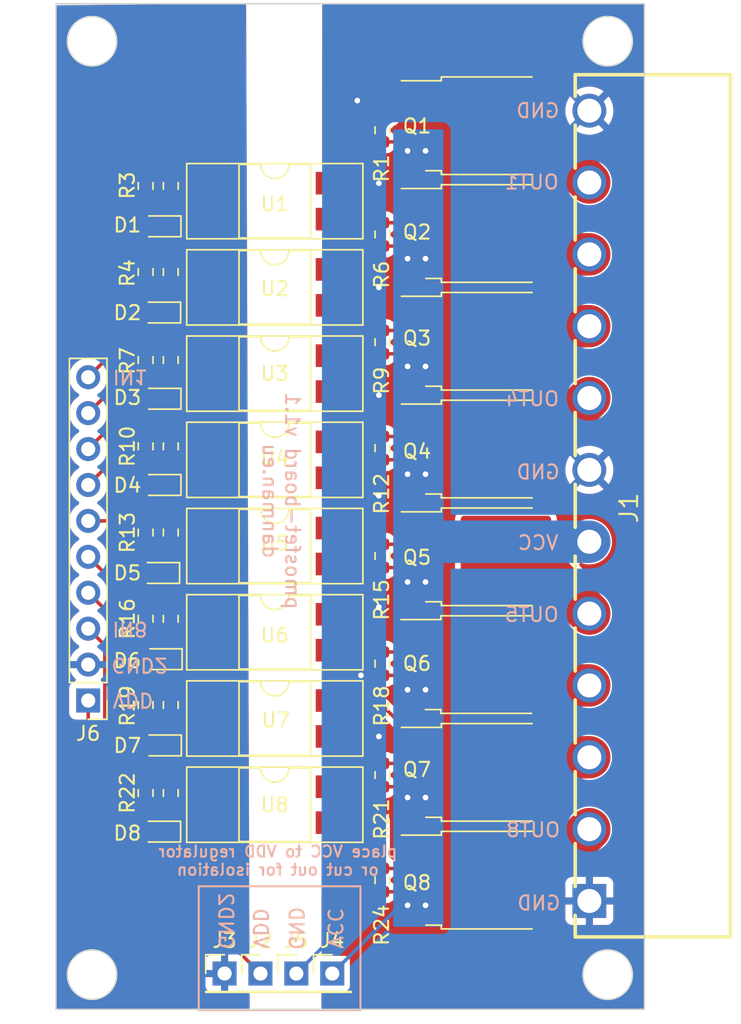
<source format=kicad_pcb>
(kicad_pcb (version 20221018) (generator pcbnew)
  (layers (0 "F.Cu" signal) (31 "B.Cu" signal) (34 "B.Paste" user) (35 "F.Paste" user) (36 "B.SilkS" user "B.Silkscreen") (37 "F.SilkS" user "F.Silkscreen") (38 "B.Mask" user) (39 "F.Mask" user) (44 "Edge.Cuts" user))
  (net 0 "")
  (net 1 "OUT1")
  (net 2 "VCC")
  (net 3 "Net-(Q1-G)")
  (net 4 "GND")
  (net 5 "OUT8")
  (net 6 "GND2")
  (net 7 "Net-(D1-A)")
  (net 8 "Net-(D2-A)")
  (net 9 "Net-(D3-A)")
  (net 10 "Net-(D4-A)")
  (net 11 "Net-(D5-A)")
  (net 12 "Net-(D6-A)")
  (net 13 "Net-(D7-A)")
  (net 14 "Net-(D8-A)")
  (net 15 "VDD")
  (net 16 "IN8")
  (net 17 "IN7")
  (net 18 "IN6")
  (net 19 "IN5")
  (net 20 "IN4")
  (net 21 "IN3")
  (net 22 "IN2")
  (net 23 "IN1")
  (net 24 "Net-(Q2-G)")
  (net 25 "OUT2")
  (net 26 "Net-(Q3-G)")
  (net 27 "OUT3")
  (net 28 "Net-(Q4-G)")
  (net 29 "OUT4")
  (net 30 "Net-(Q5-G)")
  (net 31 "OUT5")
  (net 32 "Net-(Q6-G)")
  (net 33 "OUT6")
  (net 34 "Net-(Q7-G)")
  (net 35 "OUT7")
  (net 36 "Net-(Q8-G)")
  (net 37 "Net-(R2-Pad2)")
  (net 38 "Net-(R5-Pad2)")
  (net 39 "Net-(R8-Pad2)")
  (net 40 "Net-(R11-Pad2)")
  (net 41 "Net-(R14-Pad2)")
  (net 42 "Net-(R17-Pad2)")
  (net 43 "Net-(R20-Pad2)")
  (net 44 "Net-(R23-Pad2)")
  (footprint "Package_TO_SOT_SMD:TO-252-2" (layer "F.Cu") (at 201.535 77.215)
    (fp_text reference "Q3" (at -5.035 -0.215) (layer "F.SilkS"))
    (fp_text value "Q_PMOS_GDS")
    (pad "1" smd roundrect (at -5.04 -2.28) (size 2.2 1.2) (layers "F.Cu" "F.Paste" "F.Mask") (roundrect_rratio 0.208333) (net 26 "Net-(Q3-G)"))
    (pad "2" smd roundrect (at -0.415 -1.525) (size 3.05 2.75) (layers "F.Cu" "F.Paste") (roundrect_rratio 0.090909) (net 27 "OUT3"))
    (pad "2" smd roundrect (at -0.415 1.525) (size 3.05 2.75) (layers "F.Cu" "F.Paste") (roundrect_rratio 0.090909) (net 27 "OUT3"))
    (pad "2" smd roundrect (at 1.26 0) (size 6.4 5.8) (layers "F.Cu" "F.Mask") (roundrect_rratio 0.043103) (net 27 "OUT3"))
    (pad "2" smd roundrect (at 2.935 -1.525) (size 3.05 2.75) (layers "F.Cu" "F.Paste") (roundrect_rratio 0.090909) (net 27 "OUT3"))
    (pad "2" smd roundrect (at 2.935 1.525) (size 3.05 2.75) (layers "F.Cu" "F.Paste") (roundrect_rratio 0.090909) (net 27 "OUT3"))
    (pad "3" smd roundrect (at -5.04 2.28) (size 2.2 1.2) (layers "F.Cu" "F.Paste" "F.Mask") (roundrect_rratio 0.208333) (net 2 "VCC"))
  )
  (footprint "Resistor_SMD:R_0603_1608Metric" (layer "F.Cu") (at 194.056 100.013 -90)
    (fp_text reference "R18" (at 2.987 0.056 90) (layer "F.SilkS"))
    (fp_text value "R")
    (pad "1" smd roundrect (at -0.825 0 270) (size 0.8 0.95) (layers "F.Cu" "F.Paste" "F.Mask") (net 32 "Net-(Q6-G)"))
    (pad "2" smd roundrect (at 0.825 0 270) (size 0.8 0.95) (layers "F.Cu" "F.Paste" "F.Mask") (net 2 "VCC"))
  )
  (footprint "Resistor_SMD:R_0603_1608Metric" (layer "F.Cu") (at 177.292 72.327 -90)
    (fp_text reference "R4" (at 0.073 1.292 90) (layer "F.SilkS"))
    (fp_text value "R")
    (pad "1" smd roundrect (at -0.825 0 270) (size 0.8 0.95) (layers "F.Cu" "F.Paste" "F.Mask") (net 22 "IN2"))
    (pad "2" smd roundrect (at 0.825 0 270) (size 0.8 0.95) (layers "F.Cu" "F.Paste" "F.Mask") (net 8 "Net-(D2-A)"))
  )
  (footprint "LED_SMD:LED_0603_1608Metric" (layer "F.Cu") (at 178.308 87.376 180)
    (fp_text reference "D4" (at 2.308 -0.024) (layer "F.SilkS"))
    (fp_text value "LED")
    (pad "1" smd roundrect (at -0.7875 0 180) (size 0.875 0.95) (layers "F.Cu" "F.Paste" "F.Mask") (net 6 "GND2"))
    (pad "2" smd roundrect (at 0.7875 0 180) (size 0.875 0.95) (layers "F.Cu" "F.Paste" "F.Mask") (net 10 "Net-(D4-A)"))
  )
  (footprint "Package_DIP:DIP-4_W8.89mm_SMDSocket_LongPads" (layer "F.Cu") (at 186.436 79.502)
    (fp_text reference "U3" (at 0 -0.002) (layer "F.SilkS"))
    (fp_text value "PC817")
    (pad "1" smd rect (at -4.445 -1.27) (size 3.1 1.6) (layers "F.Cu" "F.Paste" "F.Mask") (net 39 "Net-(R8-Pad2)"))
    (pad "2" smd rect (at -4.445 1.27) (size 3.1 1.6) (layers "F.Cu" "F.Paste" "F.Mask") (net 6 "GND2"))
    (pad "3" smd rect (at 4.445 1.27) (size 3.1 1.6) (layers "F.Cu" "F.Paste" "F.Mask") (net 4 "GND"))
    (pad "4" smd rect (at 4.445 -1.27) (size 3.1 1.6) (layers "F.Cu" "F.Paste" "F.Mask") (net 26 "Net-(Q3-G)"))
  )
  (footprint "Package_TO_SOT_SMD:TO-252-2" (layer "F.Cu") (at 201.535 115.315)
    (fp_text reference "Q8" (at -5.035 0.185) (layer "F.SilkS"))
    (fp_text value "Q_PMOS_GDS")
    (pad "1" smd roundrect (at -5.04 -2.28) (size 2.2 1.2) (layers "F.Cu" "F.Paste" "F.Mask") (roundrect_rratio 0.208333) (net 36 "Net-(Q8-G)"))
    (pad "2" smd roundrect (at -0.415 -1.525) (size 3.05 2.75) (layers "F.Cu" "F.Paste") (roundrect_rratio 0.090909) (net 5 "OUT8"))
    (pad "2" smd roundrect (at -0.415 1.525) (size 3.05 2.75) (layers "F.Cu" "F.Paste") (roundrect_rratio 0.090909) (net 5 "OUT8"))
    (pad "2" smd roundrect (at 1.26 0) (size 6.4 5.8) (layers "F.Cu" "F.Mask") (roundrect_rratio 0.043103) (net 5 "OUT8"))
    (pad "2" smd roundrect (at 2.935 -1.525) (size 3.05 2.75) (layers "F.Cu" "F.Paste") (roundrect_rratio 0.090909) (net 5 "OUT8"))
    (pad "2" smd roundrect (at 2.935 1.525) (size 3.05 2.75) (layers "F.Cu" "F.Paste") (roundrect_rratio 0.090909) (net 5 "OUT8"))
    (pad "3" smd roundrect (at -5.04 2.28) (size 2.2 1.2) (layers "F.Cu" "F.Paste" "F.Mask") (roundrect_rratio 0.208333) (net 2 "VCC"))
  )
  (footprint "LED_SMD:LED_0603_1608Metric" (layer "F.Cu") (at 178.2125 93.599 180)
    (fp_text reference "D5" (at 2.2125 -0.001) (layer "F.SilkS"))
    (fp_text value "LED")
    (pad "1" smd roundrect (at -0.7875 0 180) (size 0.875 0.95) (layers "F.Cu" "F.Paste" "F.Mask") (net 6 "GND2"))
    (pad "2" smd roundrect (at 0.7875 0 180) (size 0.875 0.95) (layers "F.Cu" "F.Paste" "F.Mask") (net 11 "Net-(D5-A)"))
  )
  (footprint "Package_DIP:DIP-4_W8.89mm_SMDSocket_LongPads" (layer "F.Cu") (at 186.436 85.598)
    (fp_text reference "U4" (at 0 -0.098) (layer "F.SilkS"))
    (fp_text value "PC817")
    (pad "1" smd rect (at -4.445 -1.27) (size 3.1 1.6) (layers "F.Cu" "F.Paste" "F.Mask") (net 40 "Net-(R11-Pad2)"))
    (pad "2" smd rect (at -4.445 1.27) (size 3.1 1.6) (layers "F.Cu" "F.Paste" "F.Mask") (net 6 "GND2"))
    (pad "3" smd rect (at 4.445 1.27) (size 3.1 1.6) (layers "F.Cu" "F.Paste" "F.Mask") (net 4 "GND"))
    (pad "4" smd rect (at 4.445 -1.27) (size 3.1 1.6) (layers "F.Cu" "F.Paste" "F.Mask") (net 28 "Net-(Q4-G)"))
  )
  (footprint "Resistor_SMD:R_0603_1608Metric" (layer "F.Cu") (at 177.292 66.231 -90)
    (fp_text reference "R3" (at -0.031 1.292 90) (layer "F.SilkS"))
    (fp_text value "R")
    (pad "1" smd roundrect (at -0.825 0 270) (size 0.8 0.95) (layers "F.Cu" "F.Paste" "F.Mask") (net 23 "IN1"))
    (pad "2" smd roundrect (at 0.825 0 270) (size 0.8 0.95) (layers "F.Cu" "F.Paste" "F.Mask") (net 7 "Net-(D1-A)"))
  )
  (footprint "Resistor_SMD:R_0603_1608Metric" (layer "F.Cu") (at 194.056 77.279 -90)
    (fp_text reference "R9" (at 2.721 0.056 90) (layer "F.SilkS"))
    (fp_text value "R")
    (pad "1" smd roundrect (at -0.825 0 270) (size 0.8 0.95) (layers "F.Cu" "F.Paste" "F.Mask") (net 26 "Net-(Q3-G)"))
    (pad "2" smd roundrect (at 0.825 0 270) (size 0.8 0.95) (layers "F.Cu" "F.Paste" "F.Mask") (net 2 "VCC"))
  )
  (footprint "Resistor_SMD:R_0603_1608Metric" (layer "F.Cu") (at 194.056 84.773 -90)
    (fp_text reference "R12" (at 3.227 0.056 90) (layer "F.SilkS"))
    (fp_text value "R")
    (pad "1" smd roundrect (at -0.825 0 270) (size 0.8 0.95) (layers "F.Cu" "F.Paste" "F.Mask") (net 28 "Net-(Q4-G)"))
    (pad "2" smd roundrect (at 0.825 0 270) (size 0.8 0.95) (layers "F.Cu" "F.Paste" "F.Mask") (net 2 "VCC"))
  )
  (footprint "Resistor_SMD:R_0603_1608Metric" (layer "F.Cu") (at 177.292 84.646 -90)
    (fp_text reference "R10" (at 0 1.292 90) (layer "F.SilkS"))
    (fp_text value "R")
    (pad "1" smd roundrect (at -0.825 0 270) (size 0.8 0.95) (layers "F.Cu" "F.Paste" "F.Mask") (net 20 "IN4"))
    (pad "2" smd roundrect (at 0.825 0 270) (size 0.8 0.95) (layers "F.Cu" "F.Paste" "F.Mask") (net 10 "Net-(D4-A)"))
  )
  (footprint "Resistor_SMD:R_0603_1608Metric" (layer "F.Cu") (at 177.292 102.934 -90)
    (fp_text reference "R19" (at 0.066 1.292 90) (layer "F.SilkS"))
    (fp_text value "R")
    (pad "1" smd roundrect (at -0.825 0 270) (size 0.8 0.95) (layers "F.Cu" "F.Paste" "F.Mask") (net 17 "IN7"))
    (pad "2" smd roundrect (at 0.825 0 270) (size 0.8 0.95) (layers "F.Cu" "F.Paste" "F.Mask") (net 13 "Net-(D7-A)"))
  )
  (footprint "Package_TO_SOT_SMD:TO-252-2" (layer "F.Cu") (at 201.535 61.975)
    (fp_text reference "Q1" (at -5.035 0.025) (layer "F.SilkS"))
    (fp_text value "Q_PMOS_GDS")
    (pad "1" smd roundrect (at -5.04 -2.28) (size 2.2 1.2) (layers "F.Cu" "F.Paste" "F.Mask") (roundrect_rratio 0.208333) (net 3 "Net-(Q1-G)"))
    (pad "2" smd roundrect (at -0.415 -1.525) (size 3.05 2.75) (layers "F.Cu" "F.Paste") (roundrect_rratio 0.090909) (net 1 "OUT1"))
    (pad "2" smd roundrect (at -0.415 1.525) (size 3.05 2.75) (layers "F.Cu" "F.Paste") (roundrect_rratio 0.090909) (net 1 "OUT1"))
    (pad "2" smd roundrect (at 1.26 0) (size 6.4 5.8) (layers "F.Cu" "F.Mask") (roundrect_rratio 0.043103) (net 1 "OUT1"))
    (pad "2" smd roundrect (at 2.935 -1.525) (size 3.05 2.75) (layers "F.Cu" "F.Paste") (roundrect_rratio 0.090909) (net 1 "OUT1"))
    (pad "2" smd roundrect (at 2.935 1.525) (size 3.05 2.75) (layers "F.Cu" "F.Paste") (roundrect_rratio 0.090909) (net 1 "OUT1"))
    (pad "3" smd roundrect (at -5.04 2.28) (size 2.2 1.2) (layers "F.Cu" "F.Paste" "F.Mask") (roundrect_rratio 0.208333) (net 2 "VCC"))
  )
  (footprint "Resistor_SMD:R_0603_1608Metric" (layer "F.Cu") (at 177.292 90.742 -90)
    (fp_text reference "R13" (at 0 1.292 90) (layer "F.SilkS"))
    (fp_text value "R")
    (pad "1" smd roundrect (at -0.825 0 270) (size 0.8 0.95) (layers "F.Cu" "F.Paste" "F.Mask") (net 19 "IN5"))
    (pad "2" smd roundrect (at 0.825 0 270) (size 0.8 0.95) (layers "F.Cu" "F.Paste" "F.Mask") (net 11 "Net-(D5-A)"))
  )
  (footprint "Connector_PinHeader_2.54mm:PinHeader_1x01_P2.54mm_Vertical" (layer "F.Cu") (at 190.5 121.92)
    (fp_text reference "J4" (at 0 -2.33) (layer "F.SilkS"))
    (fp_text value "Conn_01x01_Pin")
    (pad "1" thru_hole rect (at 0 0) (size 1.7 1.7) (drill 1) (layers "*.Cu" "*.Mask") (net 2 "VCC"))
  )
  (footprint "Resistor_SMD:R_0603_1608Metric" (layer "F.Cu") (at 177.292 109.157 -90)
    (fp_text reference "R22" (at 0 1.292 90) (layer "F.SilkS"))
    (fp_text value "R")
    (pad "1" smd roundrect (at -0.825 0 270) (size 0.8 0.95) (layers "F.Cu" "F.Paste" "F.Mask") (net 16 "IN8"))
    (pad "2" smd roundrect (at 0.825 0 270) (size 0.8 0.95) (layers "F.Cu" "F.Paste" "F.Mask") (net 14 "Net-(D8-A)"))
  )
  (footprint "Package_DIP:DIP-4_W8.89mm_SMDSocket_LongPads" (layer "F.Cu") (at 186.436 91.694)
    (fp_text reference "U5" (at 0 -0.194) (layer "F.SilkS"))
    (fp_text value "PC817")
    (pad "1" smd rect (at -4.445 -1.27) (size 3.1 1.6) (layers "F.Cu" "F.Paste" "F.Mask") (net 41 "Net-(R14-Pad2)"))
    (pad "2" smd rect (at -4.445 1.27) (size 3.1 1.6) (layers "F.Cu" "F.Paste" "F.Mask") (net 6 "GND2"))
    (pad "3" smd rect (at 4.445 1.27) (size 3.1 1.6) (layers "F.Cu" "F.Paste" "F.Mask") (net 4 "GND"))
    (pad "4" smd rect (at 4.445 -1.27) (size 3.1 1.6) (layers "F.Cu" "F.Paste" "F.Mask") (net 30 "Net-(Q5-G)"))
  )
  (footprint "Connector_PinHeader_2.54mm:PinHeader_1x10_P2.54mm_Vertical" (layer "F.Cu") (at 173.228 102.616 180)
    (fp_text reference "J6" (at 0 -2.33) (layer "F.SilkS"))
    (fp_text value "Conn_01x10_Pin")
    (pad "1" thru_hole rect (at 0 0 180) (size 1.7 1.7) (drill 1) (layers "*.Cu" "*.Mask") (net 15 "VDD"))
    (pad "2" thru_hole oval (at 0 2.54 180) (size 1.7 1.7) (drill 1) (layers "*.Cu" "*.Mask") (net 6 "GND2"))
    (pad "3" thru_hole oval (at 0 5.08 180) (size 1.7 1.7) (drill 1) (layers "*.Cu" "*.Mask") (net 16 "IN8"))
    (pad "4" thru_hole oval (at 0 7.62 180) (size 1.7 1.7) (drill 1) (layers "*.Cu" "*.Mask") (net 17 "IN7"))
    (pad "5" thru_hole oval (at 0 10.16 180) (size 1.7 1.7) (drill 1) (layers "*.Cu" "*.Mask") (net 18 "IN6"))
    (pad "6" thru_hole oval (at 0 12.7 180) (size 1.7 1.7) (drill 1) (layers "*.Cu" "*.Mask") (net 19 "IN5"))
    (pad "7" thru_hole oval (at 0 15.24 180) (size 1.7 1.7) (drill 1) (layers "*.Cu" "*.Mask") (net 20 "IN4"))
    (pad "8" thru_hole oval (at 0 17.78 180) (size 1.7 1.7) (drill 1) (layers "*.Cu" "*.Mask") (net 21 "IN3"))
    (pad "9" thru_hole oval (at 0 20.32 180) (size 1.7 1.7) (drill 1) (layers "*.Cu" "*.Mask") (net 22 "IN2"))
    (pad "10" thru_hole oval (at 0 22.86 180) (size 1.7 1.7) (drill 1) (layers "*.Cu" "*.Mask") (net 23 "IN1"))
  )
  (footprint "Package_TO_SOT_SMD:TO-252-2" (layer "F.Cu") (at 201.535 107.695)
    (fp_text reference "Q7" (at -5.035 -0.195) (layer "F.SilkS"))
    (fp_text value "Q_PMOS_GDS")
    (pad "1" smd roundrect (at -5.04 -2.28) (size 2.2 1.2) (layers "F.Cu" "F.Paste" "F.Mask") (roundrect_rratio 0.208333) (net 34 "Net-(Q7-G)"))
    (pad "2" smd roundrect (at -0.415 -1.525) (size 3.05 2.75) (layers "F.Cu" "F.Paste") (roundrect_rratio 0.090909) (net 35 "OUT7"))
    (pad "2" smd roundrect (at -0.415 1.525) (size 3.05 2.75) (layers "F.Cu" "F.Paste") (roundrect_rratio 0.090909) (net 35 "OUT7"))
    (pad "2" smd roundrect (at 1.26 0) (size 6.4 5.8) (layers "F.Cu" "F.Mask") (roundrect_rratio 0.043103) (net 35 "OUT7"))
    (pad "2" smd roundrect (at 2.935 -1.525) (size 3.05 2.75) (layers "F.Cu" "F.Paste") (roundrect_rratio 0.090909) (net 35 "OUT7"))
    (pad "2" smd roundrect (at 2.935 1.525) (size 3.05 2.75) (layers "F.Cu" "F.Paste") (roundrect_rratio 0.090909) (net 35 "OUT7"))
    (pad "3" smd roundrect (at -5.04 2.28) (size 2.2 1.2) (layers "F.Cu" "F.Paste" "F.Mask") (roundrect_rratio 0.208333) (net 2 "VCC"))
  )
  (footprint "Connector_PinHeader_2.54mm:PinHeader_1x01_P2.54mm_Vertical" (layer "F.Cu") (at 182.88 121.92)
    (fp_text reference "J3" (at 0 -2.33) (layer "F.SilkS"))
    (fp_text value "Conn_01x01_Pin")
    (pad "1" thru_hole rect (at 0 0) (size 1.7 1.7) (drill 1) (layers "*.Cu" "*.Mask") (net 6 "GND2"))
  )
  (footprint "Package_DIP:DIP-4_W8.89mm_SMDSocket_LongPads" (layer "F.Cu") (at 186.436 97.79)
    (fp_text reference "U6" (at 0 0.21) (layer "F.SilkS"))
    (fp_text value "PC817")
    (pad "1" smd rect (at -4.445 -1.27) (size 3.1 1.6) (layers "F.Cu" "F.Paste" "F.Mask") (net 42 "Net-(R17-Pad2)"))
    (pad "2" smd rect (at -4.445 1.27) (size 3.1 1.6) (layers "F.Cu" "F.Paste" "F.Mask") (net 6 "GND2"))
    (pad "3" smd rect (at 4.445 1.27) (size 3.1 1.6) (layers "F.Cu" "F.Paste" "F.Mask") (net 4 "GND"))
    (pad "4" smd rect (at 4.445 -1.27) (size 3.1 1.6) (layers "F.Cu" "F.Paste" "F.Mask") (net 32 "Net-(Q6-G)"))
  )
  (footprint "LED_SMD:LED_0603_1608Metric" (layer "F.Cu") (at 178.3875 99.695 180)
    (fp_text reference "D6" (at 2.3875 -0.105) (layer "F.SilkS"))
    (fp_text value "LED")
    (pad "1" smd roundrect (at -0.7875 0 180) (size 0.875 0.95) (layers "F.Cu" "F.Paste" "F.Mask") (net 6 "GND2"))
    (pad "2" smd roundrect (at 0.7875 0 180) (size 0.875 0.95) (layers "F.Cu" "F.Paste" "F.Mask") (net 12 "Net-(D6-A)"))
  )
  (footprint "LED_SMD:LED_0603_1608Metric" (layer "F.Cu") (at 178.2825 75.184 180)
    (fp_text reference "D2" (at 2.2825 -0.016) (layer "F.SilkS"))
    (fp_text value "LED")
    (pad "1" smd roundrect (at -0.7875 0 180) (size 0.875 0.95) (layers "F.Cu" "F.Paste" "F.Mask") (net 6 "GND2"))
    (pad "2" smd roundrect (at 0.7875 0 180) (size 0.875 0.95) (layers "F.Cu" "F.Paste" "F.Mask") (net 8 "Net-(D2-A)"))
  )
  (footprint "Resistor_SMD:R_0603_1608Metric" (layer "F.Cu") (at 179.07 66.231 -90)
    (fp_text reference "R2" hide)
    (fp_text value "R")
    (pad "1" smd roundrect (at -0.825 0 270) (size 0.8 0.95) (layers "F.Cu" "F.Paste" "F.Mask") (net 23 "IN1"))
    (pad "2" smd roundrect (at 0.825 0 270) (size 0.8 0.95) (layers "F.Cu" "F.Paste" "F.Mask") (net 37 "Net-(R2-Pad2)"))
  )
  (footprint "Resistor_SMD:R_0603_1608Metric" (layer "F.Cu") (at 179.07 90.742 -90)
    (fp_text reference "R14" hide)
    (fp_text value "R")
    (pad "1" smd roundrect (at -0.825 0 270) (size 0.8 0.95) (layers "F.Cu" "F.Paste" "F.Mask") (net 19 "IN5"))
    (pad "2" smd roundrect (at 0.825 0 270) (size 0.8 0.95) (layers "F.Cu" "F.Paste" "F.Mask") (net 41 "Net-(R14-Pad2)"))
  )
  (footprint "Package_TO_SOT_SMD:TO-252-2" (layer "F.Cu") (at 201.535 84.835)
    (fp_text reference "Q4" (at -5.035 0.165) (layer "F.SilkS"))
    (fp_text value "Q_PMOS_GDS")
    (pad "1" smd roundrect (at -5.04 -2.28) (size 2.2 1.2) (layers "F.Cu" "F.Paste" "F.Mask") (roundrect_rratio 0.208333) (net 28 "Net-(Q4-G)"))
    (pad "2" smd roundrect (at -0.415 -1.525) (size 3.05 2.75) (layers "F.Cu" "F.Paste") (roundrect_rratio 0.090909) (net 29 "OUT4"))
    (pad "2" smd roundrect (at -0.415 1.525) (size 3.05 2.75) (layers "F.Cu" "F.Paste") (roundrect_rratio 0.090909) (net 29 "OUT4"))
    (pad "2" smd roundrect (at 1.26 0) (size 6.4 5.8) (layers "F.Cu" "F.Mask") (roundrect_rratio 0.043103) (net 29 "OUT4"))
    (pad "2" smd roundrect (at 2.935 -1.525) (size 3.05 2.75) (layers "F.Cu" "F.Paste") (roundrect_rratio 0.090909) (net 29 "OUT4"))
    (pad "2" smd roundrect (at 2.935 1.525) (size 3.05 2.75) (layers "F.Cu" "F.Paste") (roundrect_rratio 0.090909) (net 29 "OUT4"))
    (pad "3" smd roundrect (at -5.04 2.28) (size 2.2 1.2) (layers "F.Cu" "F.Paste" "F.Mask") (roundrect_rratio 0.208333) (net 2 "VCC"))
  )
  (footprint "Package_TO_SOT_SMD:TO-252-2" (layer "F.Cu") (at 201.5 100.076)
    (fp_text reference "Q6" (at -5 -0.076) (layer "F.SilkS"))
    (fp_text value "Q_PMOS_GDS")
    (pad "1" smd roundrect (at -5.04 -2.28) (size 2.2 1.2) (layers "F.Cu" "F.Paste" "F.Mask") (roundrect_rratio 0.208333) (net 32 "Net-(Q6-G)"))
    (pad "2" smd roundrect (at -0.415 -1.525) (size 3.05 2.75) (layers "F.Cu" "F.Paste") (roundrect_rratio 0.090909) (net 33 "OUT6"))
    (pad "2" smd roundrect (at -0.415 1.525) (size 3.05 2.75) (layers "F.Cu" "F.Paste") (roundrect_rratio 0.090909) (net 33 "OUT6"))
    (pad "2" smd roundrect (at 1.26 0) (size 6.4 5.8) (layers "F.Cu" "F.Mask") (roundrect_rratio 0.043103) (net 33 "OUT6"))
    (pad "2" smd roundrect (at 2.935 -1.525) (size 3.05 2.75) (layers "F.Cu" "F.Paste") (roundrect_rratio 0.090909) (net 33 "OUT6"))
    (pad "2" smd roundrect (at 2.935 1.525) (size 3.05 2.75) (layers "F.Cu" "F.Paste") (roundrect_rratio 0.090909) (net 33 "OUT6"))
    (pad "3" smd roundrect (at -5.04 2.28) (size 2.2 1.2) (layers "F.Cu" "F.Paste" "F.Mask") (roundrect_rratio 0.208333) (net 2 "VCC"))
  )
  (footprint "Package_DIP:DIP-4_W8.89mm_SMDSocket_LongPads" (layer "F.Cu") (at 186.436 103.886)
    (fp_text reference "U7" (at 0.064 0.114) (layer "F.SilkS"))
    (fp_text value "PC817")
    (pad "1" smd rect (at -4.445 -1.27) (size 3.1 1.6) (layers "F.Cu" "F.Paste" "F.Mask") (net 43 "Net-(R20-Pad2)"))
    (pad "2" smd rect (at -4.445 1.27) (size 3.1 1.6) (layers "F.Cu" "F.Paste" "F.Mask") (net 6 "GND2"))
    (pad "3" smd rect (at 4.445 1.27) (size 3.1 1.6) (layers "F.Cu" "F.Paste" "F.Mask") (net 4 "GND"))
    (pad "4" smd rect (at 4.445 -1.27) (size 3.1 1.6) (layers "F.Cu" "F.Paste" "F.Mask") (net 34 "Net-(Q7-G)"))
  )
  (footprint "Package_TO_SOT_SMD:TO-252-2" (layer "F.Cu") (at 201.535 69.596)
    (fp_text reference "Q2" (at -5.035 -0.096) (layer "F.SilkS"))
    (fp_text value "Q_PMOS_GDS")
    (pad "1" smd roundrect (at -5.04 -2.28) (size 2.2 1.2) (layers "F.Cu" "F.Paste" "F.Mask") (roundrect_rratio 0.208333) (net 24 "Net-(Q2-G)"))
    (pad "2" smd roundrect (at -0.415 -1.525) (size 3.05 2.75) (layers "F.Cu" "F.Paste") (roundrect_rratio 0.090909) (net 25 "OUT2"))
    (pad "2" smd roundrect (at -0.415 1.525) (size 3.05 2.75) (layers "F.Cu" "F.Paste") (roundrect_rratio 0.090909) (net 25 "OUT2"))
    (pad "2" smd roundrect (at 1.26 0) (size 6.4 5.8) (layers "F.Cu" "F.Mask") (roundrect_rratio 0.043103) (net 25 "OUT2"))
    (pad "2" smd roundrect (at 2.935 -1.525) (size 3.05 2.75) (layers "F.Cu" "F.Paste") (roundrect_rratio 0.090909) (net 25 "OUT2"))
    (pad "2" smd roundrect (at 2.935 1.525) (size 3.05 2.75) (layers "F.Cu" "F.Paste") (roundrect_rratio 0.090909) (net 25 "OUT2"))
    (pad "3" smd roundrect (at -5.04 2.28) (size 2.2 1.2) (layers "F.Cu" "F.Paste" "F.Mask") (roundrect_rratio 0.208333) (net 2 "VCC"))
  )
  (footprint "Resistor_SMD:R_0603_1608Metric" (layer "F.Cu") (at 194.056 107.887 -90)
    (fp_text reference "R21" (at 3.113 0.056 90) (layer "F.SilkS"))
    (fp_text value "R")
    (pad "1" smd roundrect (at -0.825 0 270) (size 0.8 0.95) (layers "F.Cu" "F.Paste" "F.Mask") (net 34 "Net-(Q7-G)"))
    (pad "2" smd roundrect (at 0.825 0 270) (size 0.8 0.95) (layers "F.Cu" "F.Paste" "F.Mask") (net 2 "VCC"))
  )
  (footprint "LED_SMD:LED_0603_1608Metric" (layer "F.Cu") (at 178.308 69.088 180)
    (fp_text reference "D1" (at 2.308 0.088) (layer "F.SilkS"))
    (fp_text value "LED")
    (pad "1" smd roundrect (at -0.7875 0 180) (size 0.875 0.95) (layers "F.Cu" "F.Paste" "F.Mask") (net 6 "GND2"))
    (pad "2" smd roundrect (at 0.7875 0 180) (size 0.875 0.95) (layers "F.Cu" "F.Paste" "F.Mask") (net 7 "Net-(D1-A)"))
  )
  (footprint "Package_DIP:DIP-4_W8.89mm_SMDSocket_LongPads" (layer "F.Cu") (at 186.436 73.406)
    (fp_text reference "U2" (at 0 0.094) (layer "F.SilkS"))
    (fp_text value "PC817")
    (pad "1" smd rect (at -4.445 -1.27) (size 3.1 1.6) (layers "F.Cu" "F.Paste" "F.Mask") (net 38 "Net-(R5-Pad2)"))
    (pad "2" smd rect (at -4.445 1.27) (size 3.1 1.6) (layers "F.Cu" "F.Paste" "F.Mask") (net 6 "GND2"))
    (pad "3" smd rect (at 4.445 1.27) (size 3.1 1.6) (layers "F.Cu" "F.Paste" "F.Mask") (net 4 "GND"))
    (pad "4" smd rect (at 4.445 -1.27) (size 3.1 1.6) (layers "F.Cu" "F.Paste" "F.Mask") (net 24 "Net-(Q2-G)"))
  )
  (footprint "Resistor_SMD:R_0603_1608Metric" (layer "F.Cu") (at 179.07 109.157 -90)
    (fp_text reference "R23" hide)
    (fp_text value "R")
    (pad "1" smd roundrect (at -0.825 0 270) (size 0.8 0.95) (layers "F.Cu" "F.Paste" "F.Mask") (net 16 "IN8"))
    (pad "2" smd roundrect (at 0.825 0 270) (size 0.8 0.95) (layers "F.Cu" "F.Paste" "F.Mask") (net 44 "Net-(R23-Pad2)"))
  )
  (footprint "Package_DIP:DIP-4_W8.89mm_SMDSocket_LongPads" (layer "F.Cu") (at 186.436 67.31)
    (fp_text reference "U1" (at 0 0.19) (layer "F.SilkS"))
    (fp_text value "PC817")
    (pad "1" smd rect (at -4.445 -1.27) (size 3.1 1.6) (layers "F.Cu" "F.Paste" "F.Mask") (net 37 "Net-(R2-Pad2)"))
    (pad "2" smd rect (at -4.445 1.27) (size 3.1 1.6) (layers "F.Cu" "F.Paste" "F.Mask") (net 6 "GND2"))
    (pad "3" smd rect (at 4.445 1.27) (size 3.1 1.6) (layers "F.Cu" "F.Paste" "F.Mask") (net 4 "GND"))
    (pad "4" smd rect (at 4.445 -1.27) (size 3.1 1.6) (layers "F.Cu" "F.Paste" "F.Mask") (net 3 "Net-(Q1-G)"))
  )
  (footprint "Resistor_SMD:R_0603_1608Metric" (layer "F.Cu") (at 179.07 78.55 -90)
    (fp_text reference "R8" hide)
    (fp_text value "R")
    (pad "1" smd roundrect (at -0.825 0 270) (size 0.8 0.95) (layers "F.Cu" "F.Paste" "F.Mask") (net 21 "IN3"))
    (pad "2" smd roundrect (at 0.825 0 270) (size 0.8 0.95) (layers "F.Cu" "F.Paste" "F.Mask") (net 39 "Net-(R8-Pad2)"))
  )
  (footprint "Resistor_SMD:R_0603_1608Metric" (layer "F.Cu") (at 177.292 78.55 -90)
    (fp_text reference "R7" (at 0.05 1.292 90) (layer "F.SilkS"))
    (fp_text value "R")
    (pad "1" smd roundrect (at -0.825 0 270) (size 0.8 0.95) (layers "F.Cu" "F.Paste" "F.Mask") (net 21 "IN3"))
    (pad "2" smd roundrect (at 0.825 0 270) (size 0.8 0.95) (layers "F.Cu" "F.Paste" "F.Mask") (net 9 "Net-(D3-A)"))
  )
  (footprint "Resistor_SMD:R_0603_1608Metric" (layer "F.Cu") (at 179.07 102.934 -90)
    (fp_text reference "R20" hide)
    (fp_text value "R")
    (pad "1" smd roundrect (at -0.825 0 270) (size 0.8 0.95) (layers "F.Cu" "F.Paste" "F.Mask") (net 17 "IN7"))
    (pad "2" smd roundrect (at 0.825 0 270) (size 0.8 0.95) (layers "F.Cu" "F.Paste" "F.Mask") (net 43 "Net-(R20-Pad2)"))
  )
  (footprint "Resistor_SMD:R_0603_1608Metric" (layer "F.Cu") (at 179.07 96.838 -90)
    (fp_text reference "R17" hide)
    (fp_text value "R")
    (pad "1" smd roundrect (at -0.825 0 270) (size 0.8 0.95) (layers "F.Cu" "F.Paste" "F.Mask") (net 18 "IN6"))
    (pad "2" smd roundrect (at 0.825 0 270) (size 0.8 0.95) (layers "F.Cu" "F.Paste" "F.Mask") (net 42 "Net-(R17-Pad2)"))
  )
  (footprint "Package_TO_SOT_SMD:TO-252-2" (layer "F.Cu") (at 201.535 92.455)
    (fp_text reference "Q5" (at -5.035 0.045) (layer "F.SilkS"))
    (fp_text value "Q_PMOS_GDS")
    (pad "1" smd roundrect (at -5.04 -2.28) (size 2.2 1.2) (layers "F.Cu" "F.Paste" "F.Mask") (roundrect_rratio 0.208333) (net 30 "Net-(Q5-G)"))
    (pad "2" smd roundrect (at -0.415 -1.525) (size 3.05 2.75) (layers "F.Cu" "F.Paste") (roundrect_rratio 0.090909) (net 31 "OUT5"))
    (pad "2" smd roundrect (at -0.415 1.525) (size 3.05 2.75) (layers "F.Cu" "F.Paste") (roundrect_rratio 0.090909) (net 31 "OUT5"))
    (pad "2" smd roundrect (at 1.26 0) (size 6.4 5.8) (layers "F.Cu" "F.Mask") (roundrect_rratio 0.043103) (net 31 "OUT5"))
    (pad "2" smd roundrect (at 2.935 -1.525) (size 3.05 2.75) (layers "F.Cu" "F.Paste") (roundrect_rratio 0.090909) (net 31 "OUT5"))
    (pad "2" smd roundrect (at 2.935 1.525) (size 3.05 2.75) (layers "F.Cu" "F.Paste") (roundrect_rratio 0.090909) (net 31 "OUT5"))
    (pad "3" smd roundrect (at -5.04 2.28) (size 2.2 1.2) (layers "F.Cu" "F.Paste" "F.Mask") (roundrect_rratio 0.208333) (net 2 "VCC"))
  )
  (footprint "LED_SMD:LED_0603_1608Metric" (layer "F.Cu") (at 178.308 81.28 180)
    (fp_text reference "D3" (at 2.308 0.08) (layer "F.SilkS"))
    (fp_text value "LED")
    (pad "1" smd roundrect (at -0.7875 0 180) (size 0.875 0.95) (layers "F.Cu" "F.Paste" "F.Mask") (net 6 "GND2"))
    (pad "2" smd roundrect (at 0.7875 0 180) (size 0.875 0.95) (layers "F.Cu" "F.Paste" "F.Mask") (net 9 "Net-(D3-A)"))
  )
  (footprint "danman:CONN-TH_12P-P5.08_HT508R-5.08-12P" (layer "F.Cu") (at 208.7 88.85 90)
    (fp_text reference "J1" (at -0.15 2.8 90) (layer "F.SilkS") (effects (font (size 1.27 1.27))))
    (fp_text value "Conn_01x12_Pin" hide)
    (pad "1" thru_hole rect (at -27.94 0 90) (size 2.4 2.4) (drill 1.7) (layers "*.Cu" "*.Paste" "*.Mask") (net 4 "GND"))
    (pad "2" thru_hole circle (at -22.86 0 90) (size 2.4 2.4) (drill 1.7) (layers "*.Cu" "*.Paste" "*.Mask") (net 5 "OUT8"))
    (pad "3" thru_hole circle (at -17.78 0 90) (size 2.4 2.4) (drill 1.7) (layers "*.Cu" "*.Paste" "*.Mask") (net 35 "OUT7"))
    (pad "4" thru_hole circle (at -12.7 0 90) (size 2.4 2.4) (drill 1.7) (layers "*.Cu" "*.Paste" "*.Mask") (net 33 "OUT6"))
    (pad "5" thru_hole circle (at -7.62 0 90) (size 2.4 2.4) (drill 1.7) (layers "*.Cu" "*.Paste" "*.Mask") (net 31 "OUT5"))
    (pad "6" thru_hole circle (at -2.54 0 90) (size 2.4 2.4) (drill 1.7) (layers "*.Cu" "*.Paste" "*.Mask") (net 2 "VCC"))
    (pad "7" thru_hole circle (at 2.54 0 90) (size 2.4 2.4) (drill 1.7) (layers "*.Cu" "*.Paste" "*.Mask") (net 4 "GND"))
    (pad "8" thru_hole circle (at 7.62 0 90) (size 2.4 2.4) (drill 1.7) (layers "*.Cu" "*.Paste" "*.Mask") (net 29 "OUT4"))
    (pad "9" thru_hole circle (at 12.7 0 90) (size 2.4 2.4) (drill 1.7) (layers "*.Cu" "*.Paste" "*.Mask") (net 27 "OUT3"))
    (pad "10" thru_hole circle (at 17.78 0 90) (size 2.4 2.4) (drill 1.7) (layers "*.Cu" "*.Paste" "*.Mask") (net 25 "OUT2"))
    (pad "11" thru_hole circle (at 22.86 0 90) (size 2.4 2.4) (drill 1.7) (layers "*.Cu" "*.Paste" "*.Mask") (net 1 "OUT1"))
    (pad "12" thru_hole circle (at 27.94 0 90) (size 2.4 2.4) (drill 1.7) (layers "*.Cu" "*.Paste" "*.Mask") (net 4 "GND"))
  )
  (footprint "Resistor_SMD:R_0603_1608Metric" (layer "F.Cu") (at 194.056 92.393 -90)
    (fp_text reference "R15" (at 3.107 0.056 90) (layer "F.SilkS"))
    (fp_text value "R")
    (pad "1" smd roundrect (at -0.825 0 270) (size 0.8 0.95) (layers "F.Cu" "F.Paste" "F.Mask") (net 30 "Net-(Q5-G)"))
    (pad "2" smd roundrect (at 0.825 0 270) (size 0.8 0.95) (layers "F.Cu" "F.Paste" "F.Mask") (net 2 "VCC"))
  )
  (footprint "LED_SMD:LED_0603_1608Metric" (layer "F.Cu") (at 178.2825 111.887 180)
    (fp_text reference "D8" (at 2.2825 -0.113) (layer "F.SilkS"))
    (fp_text value "LED")
    (pad "1" smd roundrect (at -0.7875 0 180) (size 0.875 0.95) (layers "F.Cu" "F.Paste" "F.Mask") (net 6 "GND2"))
    (pad "2" smd roundrect (at 0.7875 0 180) (size 0.875 0.95) (layers "F.Cu" "F.Paste" "F.Mask") (net 14 "Net-(D8-A)"))
  )
  (footprint "Connector_PinHeader_2.54mm:PinHeader_1x01_P2.54mm_Vertical" (layer "F.Cu") (at 187.96 121.92)
    (fp_text reference "J5" (at 0 -2.33) (layer "F.SilkS"))
    (fp_text value "Conn_01x01_Pin")
    (pad "1" thru_hole rect (at 0 0) (size 1.7 1.7) (drill 1) (layers "*.Cu" "*.Mask") (net 4 "GND"))
  )
  (footprint "Package_DIP:DIP-4_W8.89mm_SMDSocket_LongPads" (layer "F.Cu") (at 186.436 109.982)
    (fp_text reference "U8" (at 0 0.018) (layer "F.SilkS"))
    (fp_text value "PC817")
    (pad "1" smd rect (at -4.445 -1.27) (size 3.1 1.6) (layers "F.Cu" "F.Paste" "F.Mask") (net 44 "Net-(R23-Pad2)"))
    (pad "2" smd rect (at -4.445 1.27) (size 3.1 1.6) (layers "F.Cu" "F.Paste" "F.Mask") (net 6 "GND2"))
    (pad "3" smd rect (at 4.445 1.27) (size 3.1 1.6) (layers "F.Cu" "F.Paste" "F.Mask") (net 4 "GND"))
    (pad "4" smd rect (at 4.445 -1.27) (size 3.1 1.6) (layers "F.Cu" "F.Paste" "F.Mask") (net 36 "Net-(Q8-G)"))
  )
  (footprint "LED_SMD:LED_0603_1608Metric" (layer "F.Cu") (at 178.3335 105.791 180)
    (fp_text reference "D7" (at 2.3335 -0.009) (layer "F.SilkS"))
    (fp_text value "LED")
    (pad "1" smd roundrect (at -0.7875 0 180) (size 0.875 0.95) (layers "F.Cu" "F.Paste" "F.Mask") (net 6 "GND2"))
    (pad "2" smd roundrect (at 0.7875 0 180) (size 0.875 0.95) (layers "F.Cu" "F.Paste" "F.Mask") (net 13 "Net-(D7-A)"))
  )
  (footprint "Resistor_SMD:R_0603_1608Metric" (layer "F.Cu") (at 179.07 84.646 -90)
    (fp_text reference "R11" hide)
    (fp_text value "R")
    (pad "1" smd roundrect (at -0.825 0 270) (size 0.8 0.95) (layers "F.Cu" "F.Paste" "F.Mask") (net 20 "IN4"))
    (pad "2" smd roundrect (at 0.825 0 270) (size 0.8 0.95) (layers "F.Cu" "F.Paste" "F.Mask") (net 40 "Net-(R11-Pad2)"))
  )
  (footprint "Connector_PinHeader_2.54mm:PinHeader_1x01_P2.54mm_Vertical" (layer "F.Cu") (at 185.42 121.92)
    (fp_text reference "J2" (at 0 -2.33) (layer "F.SilkS"))
    (fp_text value "Conn_01x01_Pin")
    (pad "1" thru_hole rect (at 0 0) (size 1.7 1.7) (drill 1) (layers "*.Cu" "*.Mask") (net 15 "VDD"))
  )
  (footprint "Resistor_SMD:R_0603_1608Metric" (layer "F.Cu") (at 194.056 69.659 -90)
    (fp_text reference "R6" (at 2.841 0.056 90) (layer "F.SilkS"))
    (fp_text value "R")
    (pad "1" smd roundrect (at -0.825 0 270) (size 0.8 0.95) (layers "F.Cu" "F.Paste" "F.Mask") (net 24 "Net-(Q2-G)"))
    (pad "2" smd roundrect (at 0.825 0 270) (size 0.8 0.95) (layers "F.Cu" "F.Paste" "F.Mask") (net 2 "VCC"))
  )
  (footprint "Resistor_SMD:R_0603_1608Metric" (layer "F.Cu") (at 179.07 72.327 -90)
    (fp_text reference "R5" hide)
    (fp_text value "R")
    (pad "1" smd roundrect (at -0.825 0 270) (size 0.8 0.95) (layers "F.Cu" "F.Paste" "F.Mask") (net 22 "IN2"))
    (pad "2" smd roundrect (at 0.825 0 270) (size 0.8 0.95) (layers "F.Cu" "F.Paste" "F.Mask") (net 38 "Net-(R5-Pad2)"))
  )
  (footprint "Resistor_SMD:R_0603_1608Metric" (layer "F.Cu") (at 194.056 115.316 -90)
    (fp_text reference "R24" (at 3.184 0.056 90) (layer "F.SilkS"))
    (fp_text value "R")
    (pad "1" smd roundrect (at -0.825 0 270) (size 0.8 0.95) (layers "F.Cu" "F.Paste" "F.Mask") (net 36 "Net-(Q8-G)"))
    (pad "2" smd roundrect (at 0.825 0 270) (size 0.8 0.95) (layers "F.Cu" "F.Paste" "F.Mask") (net 2 "VCC"))
  )
  (footprint "Resistor_SMD:R_0603_1608Metric" (layer "F.Cu") (at 177.292 96.838 -90)
    (fp_text reference "R16" (at 0 1.292 90) (layer "F.SilkS"))
    (fp_text value "R")
    (pad "1" smd roundrect (at -0.825 0 270) (size 0.8 0.95) (layers "F.Cu" "F.Paste" "F.Mask") (net 18 "IN6"))
    (pad "2" smd roundrect (at 0.825 0 270) (size 0.8 0.95) (layers "F.Cu" "F.Paste" "F.Mask") (net 12 "Net-(D6-A)"))
  )
  (footprint "Resistor_SMD:R_0603_1608Metric" (layer "F.Cu") (at 194.056 62.293 -90)
    (fp_text reference "R1" (at 2.707 0.056 90) (layer "F.SilkS"))
    (fp_text value "R")
    (pad "1" smd roundrect (at -0.825 0 270) (size 0.8 0.95) (layers "F.Cu" "F.Paste" "F.Mask") (net 3 "Net-(Q1-G)"))
    (pad "2" smd roundrect (at 0.825 0 270) (size 0.8 0.95) (layers "F.Cu" "F.Paste" "F.Mask") (net 2 "VCC"))
  )
  (gr_rect (start 181.05 115.75) (end 192.5 124.5) (stroke (width 0.15)) (fill none) (layer "B.SilkS"))
  (gr_circle (center 173.5 122) (end 171.75 122) (stroke (width 0.1)) (fill none) (layer "Edge.Cuts"))
  (gr_rect (start 170.942 53.348) (end 212.598 124.452) (stroke (width 0.1)) (fill none) (layer "Edge.Cuts"))
  (gr_circle (center 210 122) (end 208.25 122) (stroke (width 0.1)) (fill none) (layer "Edge.Cuts"))
  (gr_circle (center 173.5 56) (end 171.75 56) (stroke (width 0.1)) (fill none) (layer "Edge.Cuts"))
  (gr_circle (center 210 56) (end 208.25 56) (stroke (width 0.1)) (fill none) (layer "Edge.Cuts"))
  (gr_text "GND2" (at 174.775 99.525 180) (layer "B.SilkS") (effects (font (size 1 1)) (justify left bottom mirror)))
  (gr_text "GND" (at 206.7 87.05) (layer "B.SilkS") (effects (font (size 1 1)) (justify left bottom mirror)))
  (gr_text "OUT1" (at 206.625 66.55) (layer "B.SilkS") (effects (font (size 1 1)) (justify left bottom mirror)))
  (gr_text "OUT4" (at 206.65 81.875) (layer "B.SilkS") (effects (font (size 1 1)) (justify left bottom mirror)))
  (gr_text "IN8" (at 174.85 96.975 180) (layer "B.SilkS") (effects (font (size 1 1)) (justify left bottom mirror)))
  (gr_text "IN1" (at 174.875 79.15 180) (layer "B.SilkS") (effects (font (size 1 1)) (justify left bottom mirror)))
  (gr_text "place VCC to VDD regulator\nor cut out for isolation" (at 186.65 115.05) (layer "B.SilkS") (effects (font (size 0.8 0.8)) (justify bottom mirror)))
  (gr_text "GND" (at 187.35 120.35 270) (layer "B.SilkS") (effects (font (size 1 1)) (justify left bottom mirror)))
  (gr_text "VCC" (at 190.1 120.25 270) (layer "B.SilkS") (effects (font (size 1 1)) (justify left bottom mirror)))
  (gr_text "pmosfet-board v1.1\ndanman.eu" (at 185.5 88.5 270) (layer "B.SilkS") (effects (font (size 1 1)) (justify bottom mirror)))
  (gr_text "GND2" (at 182.375 120.3 -90) (layer "B.SilkS") (effects (font (size 1 1)) (justify left bottom mirror)))
  (gr_text "OUT5" (at 206.625 97.125) (layer "B.SilkS") (effects (font (size 1 1)) (justify left bottom mirror)))
  (gr_text "GND" (at 206.75 117.525) (layer "B.SilkS") (effects (font (size 1 1)) (justify left bottom mirror)))
  (gr_text "VCC" (at 206.6 92.05) (layer "B.SilkS") (effects (font (size 1 1)) (justify left bottom mirror)))
  (gr_text "GND" (at 206.675 61.5) (layer "B.SilkS") (effects (font (size 1 1)) (justify left bottom mirror)))
  (gr_text "VDD" (at 184.825 120.25 -90) (layer "B.SilkS") (effects (font (size 1 1)) (justify left bottom mirror)))
  (gr_text "OUT8" (at 206.725 112.35) (layer "B.SilkS") (effects (font (size 1 1)) (justify left bottom mirror)))
  (gr_text "VDD" (at 174.875 102 180) (layer "B.SilkS") (effects (font (size 1 1)) (justify left bottom mirror)))
  (segment (start 206.21 63.5) (end 204.47 63.5) (width 3) (layer "F.Cu") (net 1))
  (segment (start 208.7 65.99) (end 206.21 63.5) (width 3) (layer "F.Cu") (net 1))
  (segment (start 194.056 116.141) (end 195.041 116.141) (width 0.25) (layer "F.Cu") (net 2))
  (segment (start 195.994 86.614) (end 196.495 87.115) (width 0.25) (layer "F.Cu") (net 2))
  (segment (start 195.041 116.141) (end 195.834 116.934) (width 0.25) (layer "F.Cu") (net 2))
  (segment (start 195.232 108.712) (end 195.834 109.314) (width 0.25) (layer "F.Cu") (net 2))
  (segment (start 195.834 86.454) (end 195.834 86.614) (width 0.25) (layer "F.Cu") (net 2))
  (segment (start 195.834 63.754) (end 195.994 63.754) (width 0.25) (layer "F.Cu") (net 2))
  (segment (start 195.994 78.994) (end 196.495 79.495) (width 0.25) (layer "F.Cu") (net 2))
  (segment (start 195.994 117.094) (end 196.495 117.595) (width 0.25) (layer "F.Cu") (net 2))
  (segment (start 195.103 70.484) (end 195.834 71.215) (width 0.25) (layer "F.Cu") (net 2))
  (segment (start 195.834 117.094) (end 195.994 117.094) (width 0.25) (layer "F.Cu") (net 2))
  (segment (start 195.834 109.314) (end 195.834 109.474) (width 0.25) (layer "F.Cu") (net 2))
  (segment (start 194.056 108.712) (end 195.232 108.712) (width 0.25) (layer "F.Cu") (net 2))
  (segment (start 195.834 116.934) (end 195.834 117.094) (width 0.25) (layer "F.Cu") (net 2))
  (segment (start 194.056 85.598) (end 194.978 85.598) (width 0.25) (layer "F.Cu") (net 2))
  (segment (start 194.056 78.104) (end 195.104 78.104) (width 0.25) (layer "F.Cu") (net 2))
  (segment (start 194.056 93.218) (end 194.978 93.218) (width 0.25) (layer "F.Cu") (net 2))
  (segment (start 194.056 100.838) (end 194.942 100.838) (width 0.25) (layer "F.Cu") (net 2))
  (segment (start 195.834 94.074) (end 195.834 94.234) (width 0.25) (layer "F.Cu") (net 2))
  (segment (start 195.994 63.754) (end 196.495 64.255) (width 0.25) (layer "F.Cu") (net 2))
  (segment (start 195.834 71.374) (end 195.993 71.374) (width 0.25) (layer "F.Cu") (net 2))
  (segment (start 195.358 63.118) (end 195.834 63.594) (width 0.25) (layer "F.Cu") (net 2))
  (segment (start 195.994 94.234) (end 196.495 94.735) (width 0.25) (layer "F.Cu") (net 2))
  (segment (start 194.978 93.218) (end 195.834 94.074) (width 0.25) (layer "F.Cu") (net 2))
  (segment (start 195.834 78.834) (end 195.834 78.994) (width 0.25) (layer "F.Cu") (net 2))
  (segment (start 195.104 78.104) (end 195.834 78.834) (width 0.25) (layer "F.Cu") (net 2))
  (segment (start 195.958 101.854) (end 196.46 102.356) (width 0.25) (layer "F.Cu") (net 2))
  (segment (start 194.056 63.118) (end 195.358 63.118) (width 0.25) (layer "F.Cu") (net 2))
  (segment (start 194.056 70.484) (end 195.103 70.484) (width 0.25) (layer "F.Cu") (net 2))
  (segment (start 195.994 109.474) (end 196.495 109.975) (width 0.25) (layer "F.Cu") (net 2))
  (segment (start 195.834 71.215) (end 195.834 71.374) (width 0.25) (layer "F.Cu") (net 2))
  (segment (start 195.834 94.234) (end 195.994 94.234) (width 0.25) (layer "F.Cu") (net 2))
  (segment (start 195.834 101.854) (end 195.958 101.854) (width 0.25) (layer "F.Cu") (net 2))
  (segment (start 195.834 101.73) (end 195.834 101.854) (width 0.25) (layer "F.Cu") (net 2))
  (segment (start 195.834 63.594) (end 195.834 63.754) (width 0.25) (layer "F.Cu") (net 2))
  (segment (start 195.993 71.374) (end 196.495 71.876) (width 0.25) (layer "F.Cu") (net 2))
  (segment (start 195.834 86.614) (end 195.994 86.614) (width 0.25) (layer "F.Cu") (net 2))
  (segment (start 195.834 109.474) (end 195.994 109.474) (width 0.25) (layer "F.Cu") (net 2))
  (segment (start 195.834 78.994) (end 195.994 78.994) (width 0.25) (layer "F.Cu") (net 2))
  (segment (start 194.942 100.838) (end 195.834 101.73) (width 0.25) (layer "F.Cu") (net 2))
  (segment (start 194.978 85.598) (end 195.834 86.454) (width 0.25) (layer "F.Cu") (net 2))
  (via (at 197.104 71.374) (size 0.8) (drill 0.4) (layers "F.Cu" "B.Cu") (net 2))
  (via (at 197.104 101.854) (size 0.8) (drill 0.4) (layers "F.Cu" "B.Cu") (net 2))
  (via (at 197.104 63.754) (size 0.8) (drill 0.4) (layers "F.Cu" "B.Cu") (net 2))
  (via (at 197.104 117.094) (size 0.8) (drill 0.4) (layers "F.Cu" "B.Cu") (net 2))
  (via (at 195.834 86.614) (size 0.8) (drill 0.4) (layers "F.Cu" "B.Cu") (net 2))
  (via (at 195.834 101.854) (size 0.8) (drill 0.4) (layers "F.Cu" "B.Cu") (net 2))
  (via (at 197.104 94.234) (size 0.8) (drill 0.4) (layers "F.Cu" "B.Cu") (net 2))
  (via (at 195.834 78.994) (size 0.8) (drill 0.4) (layers "F.Cu" "B.Cu") (net 2))
  (via (at 197.104 78.994) (size 0.8) (drill 0.4) (layers "F.Cu" "B.Cu") (net 2))
  (via (at 195.834 109.474) (size 0.8) (drill 0.4) (layers "F.Cu" "B.Cu") (net 2))
  (via (at 197.104 109.474) (size 0.8) (drill 0.4) (layers "F.Cu" "B.Cu") (net 2))
  (via (at 195.834 117.094) (size 0.8) (drill 0.4) (layers "F.Cu" "B.Cu") (net 2))
  (via (at 195.834 63.754) (size 0.8) (drill 0.4) (layers "F.Cu" "B.Cu") (net 2))
  (via (at 197.104 86.614) (size 0.8) (drill 0.4) (layers "F.Cu" "B.Cu") (net 2))
  (via (at 195.834 71.374) (size 0.8) (drill 0.4) (layers "F.Cu" "B.Cu") (net 2))
  (via (at 195.834 94.234) (size 0.8) (drill 0.4) (layers "F.Cu" "B.Cu") (net 2))
  (segment (start 197.054 91.39) (end 196.85 91.186) (width 3) (layer "B.Cu") (net 2))
  (segment (start 195.326 117.094) (end 195.834 117.094) (width 0.25) (layer "B.Cu") (net 2))
  (segment (start 208.7 91.39) (end 197.054 91.39) (width 3) (layer "B.Cu") (net 2))
  (segment (start 190.5 121.92) (end 195.326 117.094) (width 0.25) (layer "B.Cu") (net 2))
  (segment (start 194.722 61.468) (end 196.495 59.695) (width 0.25) (layer "F.Cu") (net 3))
  (segment (start 190.881 66.04) (end 190.881 64.643) (width 0.25) (layer "F.Cu") (net 3))
  (segment (start 194.056 61.468) (end 194.722 61.468) (width 0.25) (layer "F.Cu") (net 3))
  (segment (start 190.881 64.643) (end 194.056 61.468) (width 0.25) (layer "F.Cu") (net 3))
  (via (at 192.532 100.838) (size 0.8) (drill 0.4) (layers "F.Cu" "B.Cu") (net 4))
  (via (at 193.802 81.026) (size 0.8) (drill 0.4) (layers "F.Cu" "B.Cu") (net 4))
  (via (at 193.802 96.012) (size 0.8) (drill 0.4) (layers "F.Cu" "B.Cu") (net 4))
  (via (at 193.802 73.406) (size 0.8) (drill 0.4) (layers "F.Cu" "B.Cu") (net 4))
  (via (at 193.802 105.156) (size 0.8) (drill 0.4) (layers "F.Cu" "B.Cu") (net 4))
  (via (at 193.802 66.04) (size 0.8) (drill 0.4) (layers "F.Cu" "B.Cu") (net 4))
  (via (at 192.278 60.198) (size 0.8) (drill 0.4) (layers "F.Cu" "B.Cu") (net 4))
  (via (at 193.802 88.138) (size 0.8) (drill 0.4) (layers "F.Cu" "B.Cu") (net 4))
  (segment (start 187.96 121.92) (end 190.5 119.38) (width 0.25) (layer "B.Cu") (net 4))
  (segment (start 206.62 113.79) (end 204.47 113.79) (width 3) (layer "F.Cu") (net 5))
  (segment (start 208.7 111.71) (end 206.62 113.79) (width 3) (layer "F.Cu") (net 5))
  (segment (start 177.292 67.056) (end 177.292 68.8595) (width 0.25) (layer "F.Cu") (net 7))
  (segment (start 177.292 68.8595) (end 177.5205 69.088) (width 0.25) (layer "F.Cu") (net 7))
  (segment (start 177.292 73.152) (end 177.292 74.981) (width 0.25) (layer "F.Cu") (net 8))
  (segment (start 177.292 74.981) (end 177.495 75.184) (width 0.25) (layer "F.Cu") (net 8))
  (segment (start 177.292 79.375) (end 177.292 81.0515) (width 0.25) (layer "F.Cu") (net 9))
  (segment (start 177.292 81.0515) (end 177.5205 81.28) (width 0.25) (layer "F.Cu") (net 9))
  (segment (start 177.292 87.1475) (end 177.5205 87.376) (width 0.25) (layer "F.Cu") (net 10))
  (segment (start 177.292 85.471) (end 177.292 87.1475) (width 0.25) (layer "F.Cu") (net 10))
  (segment (start 177.292 91.567) (end 177.292 93.466) (width 0.25) (layer "F.Cu") (net 11))
  (segment (start 177.292 93.466) (end 177.425 93.599) (width 0.25) (layer "F.Cu") (net 11))
  (segment (start 177.292 97.663) (end 177.292 99.387) (width 0.25) (layer "F.Cu") (net 12))
  (segment (start 177.292 99.387) (end 177.6 99.695) (width 0.25) (layer "F.Cu") (net 12))
  (segment (start 177.292 105.537) (end 177.546 105.791) (width 0.25) (layer "F.Cu") (net 13))
  (segment (start 177.292 103.759) (end 177.292 105.537) (width 0.25) (layer "F.Cu") (net 13))
  (segment (start 177.292 109.982) (end 177.292 111.684) (width 0.25) (layer "F.Cu") (net 14))
  (segment (start 177.292 111.684) (end 177.495 111.887) (width 0.25) (layer "F.Cu") (net 14))
  (segment (start 173.228 102.616) (end 173.228 109.728) (width 0.25) (layer "F.Cu") (net 15))
  (segment (start 173.228 109.728) (end 185.42 121.92) (width 0.25) (layer "F.Cu") (net 15))
  (segment (start 174.403 105.443) (end 174.403 98.706) (width 0.25) (layer "F.Cu") (net 16))
  (segment (start 174.403 98.706) (end 173.228 97.531) (width 0.25) (layer "F.Cu") (net 16))
  (segment (start 177.292 108.332) (end 174.403 105.443) (width 0.25) (layer "F.Cu") (net 16))
  (segment (start 179.07 108.332) (end 177.292 108.332) (width 0.25) (layer "F.Cu") (net 16))
  (segment (start 174.853 99.67) (end 174.853 96.616) (width 0.25) (layer "F.Cu") (net 17))
  (segment (start 177.292 102.109) (end 179.07 102.109) (width 0.25) (layer "F.Cu") (net 17))
  (segment (start 177.292 102.109) (end 174.853 99.67) (width 0.25) (layer "F.Cu") (net 17))
  (segment (start 174.853 96.616) (end 173.228 94.991) (width 0.25) (layer "F.Cu") (net 17))
  (segment (start 176.79 96.013) (end 173.228 92.451) (width 0.25) (layer "F.Cu") (net 18))
  (segment (start 179.07 96.013) (end 177.292 96.013) (width 0.25) (layer "F.Cu") (net 18))
  (segment (start 177.292 96.013) (end 176.79 96.013) (width 0.25) (layer "F.Cu") (net 18))
  (segment (start 177.292 89.917) (end 173.234 89.917) (width 0.25) (layer "F.Cu") (net 19))
  (segment (start 173.234 89.917) (end 173.228 89.911) (width 0.25) (layer "F.Cu") (net 19))
  (segment (start 177.292 89.917) (end 179.07 89.917) (width 0.25) (layer "F.Cu") (net 19))
  (segment (start 177.292 83.821) (end 179.07 83.821) (width 0.25) (layer "F.Cu") (net 20))
  (segment (start 177.292 83.821) (end 176.778 83.821) (width 0.25) (layer "F.Cu") (net 20))
  (segment (start 176.778 83.821) (end 173.228 87.371) (width 0.25) (layer "F.Cu") (net 20))
  (segment (start 179.07 77.725) (end 177.292 77.725) (width 0.25) (layer "F.Cu") (net 21))
  (segment (start 175.303 82.756) (end 173.228 84.831) (width 0.25) (layer "F.Cu") (net 21))
  (segment (start 177.292 77.725) (end 175.303 79.714) (width 0.25) (layer "F.Cu") (net 21))
  (segment (start 175.303 79.714) (end 175.303 82.756) (width 0.25) (layer "F.Cu") (net 21))
  (segment (start 174.853 80.666) (end 173.228 82.291) (width 0.25) (layer "F.Cu") (net 22))
  (segment (start 179.07 71.502) (end 177.292 71.502) (width 0.25) (layer "F.Cu") (net 22))
  (segment (start 177.292 71.502) (end 174.853 73.941) (width 0.25) (layer "F.Cu") (net 22))
  (segment (start 174.853 73.941) (end 174.853 80.666) (width 0.25) (layer "F.Cu") (net 22))
  (segment (start 174.403 78.576) (end 173.228 79.751) (width 0.25) (layer "F.Cu") (net 23))
  (segment (start 177.292 65.406) (end 174.403 68.295) (width 0.25) (layer "F.Cu") (net 23))
  (segment (start 177.292 65.406) (end 179.07 65.406) (width 0.25) (layer "F.Cu") (net 23))
  (segment (start 174.403 68.295) (end 174.403 78.576) (width 0.25) (layer "F.Cu") (net 23))
  (segment (start 194.977 68.834) (end 196.495 67.316) (width 0.25) (layer "F.Cu") (net 24))
  (segment (start 194.056 68.834) (end 194.977 68.834) (width 0.25) (layer "F.Cu") (net 24))
  (segment (start 191.008 72.136) (end 194.056 69.088) (width 0.25) (layer "F.Cu") (net 24))
  (segment (start 194.056 69.088) (end 194.056 68.834) (width 0.25) (layer "F.Cu") (net 24))
  (segment (start 190.881 72.136) (end 191.008 72.136) (width 0.25) (layer "F.Cu") (net 24))
  (segment (start 204.269 71.07) (end 202.795 69.596) (width 3) (layer "F.Cu") (net 25))
  (segment (start 208.7 71.07) (end 204.269 71.07) (width 3) (layer "F.Cu") (net 25))
  (segment (start 194.056 76.454) (end 194.976 76.454) (width 0.25) (layer "F.Cu") (net 26))
  (segment (start 190.881 78.232) (end 192.659 76.454) (width 0.25) (layer "F.Cu") (net 26))
  (segment (start 192.659 76.454) (end 194.056 76.454) (width 0.25) (layer "F.Cu") (net 26))
  (segment (start 194.976 76.454) (end 196.495 74.935) (width 0.25) (layer "F.Cu") (net 26))
  (segment (start 203.86 76.15) (end 202.795 77.215) (width 3) (layer "F.Cu") (net 27))
  (segment (start 208.7 76.15) (end 203.86 76.15) (width 3) (layer "F.Cu") (net 27))
  (segment (start 190.881 84.328) (end 193.676 84.328) (width 0.25) (layer "F.Cu") (net 28))
  (segment (start 194.056 83.948) (end 195.102 83.948) (width 0.25) (layer "F.Cu") (net 28))
  (segment (start 193.676 84.328) (end 194.056 83.948) (width 0.25) (layer "F.Cu") (net 28))
  (segment (start 195.102 83.948) (end 196.495 82.555) (width 0.25) (layer "F.Cu") (net 28))
  (segment (start 205.095 84.835) (end 202.795 84.835) (width 3) (layer "F.Cu") (net 29))
  (segment (start 208.7 81.23) (end 205.095 84.835) (width 3) (layer "F.Cu") (net 29))
  (segment (start 190.881 90.424) (end 192.912 90.424) (width 0.25) (layer "F.Cu") (net 30))
  (segment (start 195.102 91.568) (end 196.495 90.175) (width 0.25) (layer "F.Cu") (net 30))
  (segment (start 194.056 91.568) (end 195.102 91.568) (width 0.25) (layer "F.Cu") (net 30))
  (segment (start 192.912 90.424) (end 194.056 91.568) (width 0.25) (layer "F.Cu") (net 30))
  (segment (start 208.7 96.47) (end 206.21 93.98) (width 3) (layer "F.Cu") (net 31))
  (segment (start 206.21 93.98) (end 204.47 93.98) (width 3) (layer "F.Cu") (net 31))
  (segment (start 194.056 99.188) (end 195.068 99.188) (width 0.25) (layer "F.Cu") (net 32))
  (segment (start 190.881 96.52) (end 191.388 96.52) (width 0.25) (layer "F.Cu") (net 32))
  (segment (start 195.068 99.188) (end 196.46 97.796) (width 0.25) (layer "F.Cu") (net 32))
  (segment (start 191.388 96.52) (end 194.056 99.188) (width 0.25) (layer "F.Cu") (net 32))
  (segment (start 204.234 101.55) (end 202.76 100.076) (width 3) (layer "F.Cu") (net 33))
  (segment (start 208.7 101.55) (end 204.234 101.55) (width 3) (layer "F.Cu") (net 33))
  (segment (start 190.881 102.616) (end 193.696 102.616) (width 0.25) (layer "F.Cu") (net 34))
  (segment (start 194.848 107.062) (end 196.495 105.415) (width 0.25) (layer "F.Cu") (net 34))
  (segment (start 193.696 102.616) (end 196.495 105.415) (width 0.25) (layer "F.Cu") (net 34))
  (segment (start 194.056 107.062) (end 194.848 107.062) (width 0.25) (layer "F.Cu") (net 34))
  (segment (start 203.86 106.63) (end 202.795 107.695) (width 3) (layer "F.Cu") (net 35))
  (segment (start 208.7 106.63) (end 203.86 106.63) (width 3) (layer "F.Cu") (net 35))
  (segment (start 190.881 108.712) (end 191.631 108.712) (width 0.25) (layer "F.Cu") (net 36))
  (segment (start 194.056 111.137) (end 194.056 114.491) (width 0.25) (layer "F.Cu") (net 36))
  (segment (start 191.631 108.712) (end 194.056 111.137) (width 0.25) (layer "F.Cu") (net 36))
  (segment (start 195.039 114.491) (end 196.495 113.035) (width 0.25) (layer "F.Cu") (net 36))
  (segment (start 194.056 114.491) (end 195.039 114.491) (width 0.25) (layer "F.Cu") (net 36))
  (segment (start 179.07 67.056) (end 180.975 67.056) (width 0.25) (layer "F.Cu") (net 37))
  (segment (start 180.975 67.056) (end 181.991 66.04) (width 0.25) (layer "F.Cu") (net 37))
  (segment (start 180.975 73.152) (end 181.991 72.136) (width 0.25) (layer "F.Cu") (net 38))
  (segment (start 179.07 73.152) (end 180.975 73.152) (width 0.25) (layer "F.Cu") (net 38))
  (segment (start 180.848 79.375) (end 181.991 78.232) (width 0.25) (layer "F.Cu") (net 39))
  (segment (start 179.07 79.375) (end 180.848 79.375) (width 0.25) (layer "F.Cu") (net 39))
  (segment (start 180.848 85.471) (end 179.07 85.471) (width 0.25) (layer "F.Cu") (net 40))
  (segment (start 181.991 84.328) (end 180.848 85.471) (width 0.25) (layer "F.Cu") (net 40))
  (segment (start 179.07 91.567) (end 180.848 91.567) (width 0.25) (layer "F.Cu") (net 41))
  (segment (start 180.848 91.567) (end 181.991 90.424) (width 0.25) (layer "F.Cu") (net 41))
  (segment (start 179.07 97.663) (end 180.848 97.663) (width 0.25) (layer "F.Cu") (net 42))
  (segment (start 180.848 97.663) (end 181.991 96.52) (width 0.25) (layer "F.Cu") (net 42))
  (segment (start 180.848 103.759) (end 181.991 102.616) (width 0.25) (layer "F.Cu") (net 43))
  (segment (start 179.07 103.759) (end 180.848 103.759) (width 0.25) (layer "F.Cu") (net 43))
  (segment (start 180.721 109.982) (end 179.07 109.982) (width 0.25) (layer "F.Cu") (net 44))
  (segment (start 181.991 108.712) (end 180.721 109.982) (width 0.25) (layer "F.Cu") (net 44))
  (zone (net 6) (net_name "GND2") (layers "F&B.Cu") (connect_pads (clearance 0.5)) (min_thickness 0.25) (fill yes (thermal_gap 0.5) (thermal_bridge_width 0.5))
    (polygon (pts (xy 184.658 124.968) (xy 184.404 53.34) (xy 170.561 53.467) (xy 170.053 124.841)))
  )
  (zone (net 4) (net_name "GND") (layers "F&B.Cu") (priority 1) (connect_pads (clearance 0.4)) (min_thickness 0.25) (fill yes (thermal_gap 0.5) (thermal_bridge_width 0.5))
    (polygon (pts (xy 189.794 53.34) (xy 219.456 53.086) (xy 218.694 125.476) (xy 189.738 125.476)))
  )
  (zone (net 2) (net_name "VCC") (layer "B.Cu") (priority 2) (connect_pads (clearance 0.5)) (min_thickness 0.25) (fill yes (thermal_gap 0.5) (thermal_bridge_width 0.5))
    (polygon (pts (xy 198.374 62.23) (xy 198.374 118.618) (xy 194.818 118.618) (xy 194.818 62.23)))
  )
)
</source>
